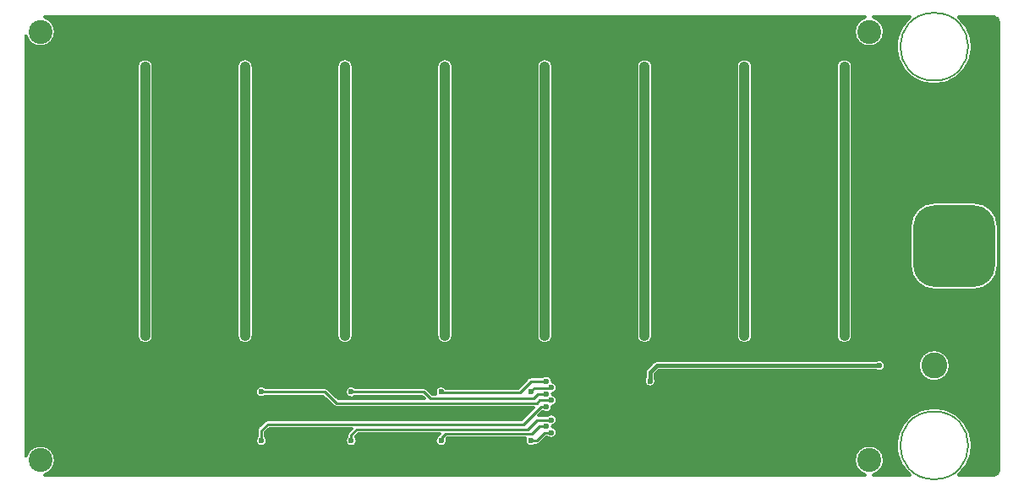
<source format=gbl>
G04 DesignSpark PCB Gerber Version 10.0 Build 5299*
G04 #@! TF.Part,Single*
G04 #@! TF.FileFunction,Copper,L2,Bot*
G04 #@! TF.FilePolarity,Positive*
%FSLAX35Y35*%
%MOMM*%
%ADD10C,0.20000*%
%ADD21C,0.25000*%
%ADD16C,0.25400*%
%ADD11C,0.30000*%
%ADD12C,0.38100*%
G04 #@! TA.AperFunction,ViaPad*
%ADD13C,0.60000*%
G04 #@! TD.AperFunction*
%ADD22C,1.00000*%
G04 #@! TA.AperFunction,ViaPad*
%ADD14C,2.00000*%
%ADD114C,2.40000*%
G04 #@! TA.AperFunction,WasherPad*
%ADD17C,2.60000*%
G04 #@! TD.AperFunction*
X0Y0D02*
D02*
D10*
X9579000Y3119000D02*
G75*
G02*
X9779000Y3319000I200000J0D01*
G01*
X10179000D01*
G75*
G02*
X10379000Y3119000I0J-200000D01*
G01*
Y2719000D01*
G75*
G02*
X10179000Y2519000I-200000J0D01*
G01*
X9779000D01*
G75*
G02*
X9579000Y2719000I0J200000D01*
G01*
Y3119000D01*
G36*
X9579000Y3119000D02*
G75*
G02*
X9779000Y3319000I200000J0D01*
G01*
X10179000D01*
G75*
G02*
X10379000Y3119000I0J-200000D01*
G01*
Y2719000D01*
G75*
G02*
X10179000Y2519000I-200000J0D01*
G01*
X9779000D01*
G75*
G02*
X9579000Y2719000I0J200000D01*
G01*
Y3119000D01*
G37*
X9779000Y1259000D02*
G75*
G03*
Y579000I0J-340000D01*
G01*
G75*
G03*
Y1259000I0J340000D01*
G01*
Y5259000D02*
G75*
G03*
Y4579000I0J-340000D01*
G01*
G75*
G03*
Y5259000I0J340000D01*
G01*
D02*
D11*
X684050Y5023700D02*
Y814900D01*
G75*
G02*
X981050Y769300I145000J-45600D01*
G01*
G75*
G02*
X874650Y624300I-152000J0D01*
G01*
X9083450D01*
G75*
G02*
X8977050Y769300I45600J145000D01*
G01*
G75*
G02*
X9281050I152000J0D01*
G01*
G75*
G02*
X9174650Y624300I-152000J0D01*
G01*
X9534720D01*
G75*
G02*
X9779000Y1301780I244280J294700D01*
G01*
G75*
G02*
X10023280Y624300I0J-382780D01*
G01*
X10379050D01*
G75*
G03*
X10424050Y669300I0J45000D01*
G01*
Y5169300D01*
G75*
G03*
X10379050Y5214300I-45000J0D01*
G01*
X10022550D01*
G75*
G02*
X9779000Y4536220I-243550J-295300D01*
G01*
G75*
G02*
X9535450Y5214300I0J382780D01*
G01*
X9174650D01*
G75*
G02*
X9281050Y5069300I-45600J-145000D01*
G01*
G75*
G02*
X8977050I-152000J0D01*
G01*
G75*
G02*
X9083450Y5214300I152000J0D01*
G01*
X874650D01*
G75*
G02*
X981050Y5069300I-45600J-145000D01*
G01*
G75*
G02*
X684050Y5023700I-152000J0D01*
G01*
X10179000Y3361780D02*
G75*
G02*
X10421780Y3119000I0J-242780D01*
G01*
Y2719000D01*
G75*
G02*
X10179000Y2476220I-242780J0D01*
G01*
X9779000D01*
G75*
G02*
X9536220Y2719000I0J242780D01*
G01*
Y3119000D01*
G75*
G02*
X9779000Y3361780I242780J0D01*
G01*
X10179000D01*
X9779000Y1881000D02*
G75*
G02*
X9941000Y1719000I0J-162000D01*
G01*
G75*
G02*
X9779000Y1557000I-162000J0D01*
G01*
G75*
G02*
X9617000Y1719000I0J162000D01*
G01*
G75*
G02*
X9779000Y1881000I162000J0D01*
G01*
X1797050Y4719300D02*
G75*
G02*
X1961050I82000J0D01*
G01*
Y2019300D01*
G75*
G02*
X1797050I-82000J0D01*
G01*
Y4719300D01*
X2797050D02*
G75*
G02*
X2961050I82000J0D01*
G01*
Y2019300D01*
G75*
G02*
X2797050I-82000J0D01*
G01*
Y4719300D01*
X5956830Y1558360D02*
G75*
G02*
X5956940Y1436660I-11830J-60860D01*
G01*
G75*
G02*
X5957000Y1434000I-61940J-2730D01*
G01*
G75*
G02*
X5956940Y1431340I-62000J70D01*
G01*
G75*
G02*
Y1309660I-11940J-60840D01*
G01*
G75*
G02*
X5957000Y1307000I-61940J-2730D01*
G01*
G75*
G02*
X5856570Y1258350I-62000J0D01*
G01*
X5817920Y1219700D01*
X5902040D01*
G75*
G02*
X6007000Y1175000I42960J-44700D01*
G01*
G75*
G02*
X5956940Y1114160I-62000J0D01*
G01*
G75*
G02*
X5957000Y1111500I-61940J-2730D01*
G01*
G75*
G02*
X5956940Y1108840I-62000J70D01*
G01*
G75*
G02*
X6007000Y1048000I-11940J-60840D01*
G01*
G75*
G02*
X5906630Y999300I-62000J0D01*
G01*
X5894520D01*
X5828610Y933390D01*
G75*
G02*
X5796940Y920300I-31610J31620D01*
G01*
X5784960D01*
G75*
G02*
X5685400Y990300I-42960J44690D01*
G01*
X4904520D01*
X4900300Y986090D01*
G75*
G02*
X4904000Y965000I-58310J-21100D01*
G01*
G75*
G02*
X4780000I-62000J0D01*
G01*
G75*
G02*
X4803370Y1013500I62000J10D01*
G01*
G75*
G02*
X4810390Y1022610I38630J-22510D01*
G01*
X4824080Y1036300D01*
X4017520D01*
X3987900Y1006680D01*
G75*
G02*
X4004000Y965000I-45900J-41680D01*
G01*
G75*
G02*
X3880000I-62000J0D01*
G01*
G75*
G02*
X3897300Y1007960I62000J0D01*
G01*
Y1024000D01*
G75*
G02*
X3910390Y1055610I44700J0D01*
G01*
X3943080Y1088300D01*
X3124520D01*
X3086700Y1050480D01*
Y1007960D01*
G75*
G02*
X3104000Y965000I-44700J-42960D01*
G01*
G75*
G02*
X2980000I-62000J0D01*
G01*
G75*
G02*
X2997300Y1007960I62000J0D01*
G01*
Y1069000D01*
G75*
G02*
X3010390Y1100610I44700J0D01*
G01*
X3074390Y1164610D01*
G75*
G02*
X3106060Y1177700I31610J-31620D01*
G01*
X5649480D01*
X5770080Y1298300D01*
X3793060D01*
G75*
G02*
X3761390Y1311390I-60J44710D01*
G01*
X3661480Y1411300D01*
X3084960D01*
G75*
G02*
X2980000Y1456000I-42960J44700D01*
G01*
G75*
G02*
X3084960Y1500700I62000J0D01*
G01*
X3679940D01*
G75*
G02*
X3711610Y1487610I60J-44710D01*
G01*
X3811520Y1387700D01*
X4671080D01*
X4647480Y1411300D01*
X3984960D01*
G75*
G02*
X3880000Y1456000I-42960J44700D01*
G01*
G75*
G02*
X3984960Y1500700I62000J0D01*
G01*
X4665940D01*
G75*
G02*
X4697610Y1487610I60J-44710D01*
G01*
X4749520Y1435700D01*
X4783420D01*
G75*
G02*
X4889790Y1495500I58580J20300D01*
G01*
X5610570D01*
X5709530Y1594470D01*
G75*
G02*
X5741080Y1607500I31460J-31480D01*
G01*
X5851830D01*
G75*
G02*
X5957000Y1563000I43170J-44500D01*
G01*
G75*
G02*
X5956830Y1558360I-62030J-50D01*
G01*
X3797050Y4719300D02*
G75*
G02*
X3961050I82000J0D01*
G01*
Y2019300D01*
G75*
G02*
X3797050I-82000J0D01*
G01*
Y4719300D01*
X4797050D02*
G75*
G02*
X4961050I82000J0D01*
G01*
Y2019300D01*
G75*
G02*
X4797050I-82000J0D01*
G01*
Y4719300D01*
X5797050D02*
G75*
G02*
X5961050I82000J0D01*
G01*
Y2019300D01*
G75*
G02*
X5797050I-82000J0D01*
G01*
Y4719300D01*
X6797050D02*
G75*
G02*
X6961050I82000J0D01*
G01*
Y2019300D01*
G75*
G02*
X6797050I-82000J0D01*
G01*
Y4719300D01*
X9193820Y1770350D02*
G75*
G02*
X9291000Y1719300I35180J-51050D01*
G01*
G75*
G02*
X9193820Y1668250I-62000J0D01*
G01*
X7020450D01*
X6985050Y1632850D01*
Y1599180D01*
G75*
G02*
X6996000Y1564000I-51050J-35180D01*
G01*
G75*
G02*
X6872000I-62000J0D01*
G01*
G75*
G02*
X6882950Y1599180I62000J0D01*
G01*
Y1654000D01*
G75*
G02*
X6897910Y1690110I51050J0D01*
G01*
X6963190Y1755390D01*
G75*
G02*
X6999300Y1770350I36110J-36090D01*
G01*
X9193820D01*
X7797050Y4719300D02*
G75*
G02*
X7961050I82000J0D01*
G01*
Y2019300D01*
G75*
G02*
X7797050I-82000J0D01*
G01*
Y4719300D01*
X8797050D02*
G75*
G02*
X8961050I82000J0D01*
G01*
Y2019300D01*
G75*
G02*
X8797050I-82000J0D01*
G01*
Y4719300D01*
X699050Y1264000D02*
G36*
X699050Y1264000D02*
Y848070D01*
G75*
G02*
X981050Y769300I130000J-78770D01*
G01*
G75*
G02*
X907820Y639300I-152000J0D01*
G01*
X9050280D01*
G75*
G02*
X8977050Y769280I78750J129990D01*
G01*
G75*
G02*
Y769300I190990J10D01*
G01*
G75*
G02*
X9281050I152000J0D01*
G01*
G75*
G02*
X9207820Y639300I-152000J0D01*
G01*
X9517680D01*
G75*
G02*
X9396220Y919000I261330J279700D01*
G01*
G75*
G02*
X9613180Y1264000I382780J0D01*
G01*
X5939670D01*
G75*
G02*
X5856570Y1258350I-44670J43000D01*
G01*
X5817920Y1219700D01*
X5902040D01*
G75*
G02*
X6007000Y1175000I42960J-44700D01*
G01*
G75*
G02*
X5956940Y1114160I-62000J0D01*
G01*
G75*
G02*
X5957000Y1111500I-88470J-3330D01*
G01*
G75*
G02*
X5956940Y1108840I-88530J670D01*
G01*
G75*
G02*
X6007000Y1048000I-11940J-60840D01*
G01*
G75*
G02*
X5906630Y999300I-62000J0D01*
G01*
X5894520D01*
X5828610Y933390D01*
G75*
G02*
X5796940Y920300I-31610J31610D01*
G01*
X5784960D01*
G75*
G02*
X5680000Y965000I-42960J44700D01*
G01*
G75*
G02*
X5685400Y990300I61990J0D01*
G01*
X4904520D01*
X4900300Y986090D01*
G75*
G02*
X4904000Y965030I-58090J-21060D01*
G01*
G75*
G02*
Y965000I-61390J-10D01*
G01*
G75*
G02*
X4780000I-62000J0D01*
G01*
G75*
G02*
X4803370Y1013500I62030J-10D01*
G01*
G75*
G02*
X4810390Y1022610I39050J-22830D01*
G01*
X4824080Y1036300D01*
X4017520D01*
X3987900Y1006680D01*
G75*
G02*
X4004000Y965020I-45850J-41660D01*
G01*
G75*
G02*
Y965000I-54570J-10D01*
G01*
G75*
G02*
X3880000I-62000J0D01*
G01*
G75*
G02*
X3897300Y1007960I62000J-10D01*
G01*
Y1024000D01*
G75*
G02*
Y1024020I60310J10D01*
G01*
G75*
G02*
X3910390Y1055610I44670J0D01*
G01*
X3943080Y1088300D01*
X3124520D01*
X3086700Y1050480D01*
Y1007960D01*
G75*
G02*
X3104000Y965000I-44700J-42970D01*
G01*
G75*
G02*
X2980000I-62000J0D01*
G01*
G75*
G02*
X2997300Y1007960I62000J-10D01*
G01*
Y1069000D01*
G75*
G02*
Y1069020I60310J10D01*
G01*
G75*
G02*
X3010390Y1100610I44670J0D01*
G01*
X3074390Y1164610D01*
G75*
G02*
X3106060Y1177700I31610J-31610D01*
G01*
X5649480D01*
X5735780Y1264000D01*
X699050D01*
G37*
X10161780Y919000D02*
G36*
X10161780Y919000D02*
G75*
G02*
X10040320Y639300I-382780J0D01*
G01*
X10409050D01*
Y1264000D01*
X9944820D01*
G75*
G02*
X10161780Y919000I-165820J-345000D01*
G01*
G37*
X699050Y1719000D02*
G36*
X699050Y1719000D02*
Y1264000D01*
X5735780D01*
X5770080Y1298300D01*
X3793060D01*
G75*
G02*
X3761390Y1311390I-60J44700D01*
G01*
X3661480Y1411300D01*
X3084960D01*
G75*
G02*
X2980000Y1456000I-42960J44700D01*
G01*
G75*
G02*
X3084960Y1500700I62000J0D01*
G01*
X3679940D01*
G75*
G02*
X3711610Y1487610I60J-44700D01*
G01*
X3811520Y1387700D01*
X4671080D01*
X4647480Y1411300D01*
X3984960D01*
G75*
G02*
X3880000Y1456000I-42960J44700D01*
G01*
G75*
G02*
X3984960Y1500700I62000J0D01*
G01*
X4665940D01*
G75*
G02*
X4697610Y1487610I60J-44700D01*
G01*
X4749520Y1435700D01*
X4783420D01*
G75*
G02*
X4780000Y1456000I58570J20300D01*
G01*
G75*
G02*
X4889790Y1495500I62000J0D01*
G01*
X5610570D01*
X5709530Y1594470D01*
G75*
G02*
X5741080Y1607500I31470J-31490D01*
G01*
X5851830D01*
G75*
G02*
X5957000Y1563000I43170J-44500D01*
G01*
G75*
G02*
Y1562870I-61560J-60D01*
G01*
G75*
G02*
X5956830Y1558360I-59910J0D01*
G01*
G75*
G02*
X6007000Y1497500I-11830J-60860D01*
G01*
G75*
G02*
X5956940Y1436660I-62000J0D01*
G01*
G75*
G02*
X5957000Y1434000I-88470J-3330D01*
G01*
G75*
G02*
X5956940Y1431340I-88530J670D01*
G01*
G75*
G02*
X6007000Y1370500I-11940J-60840D01*
G01*
G75*
G02*
X5956940Y1309660I-62000J0D01*
G01*
G75*
G02*
X5957000Y1307000I-88470J-3330D01*
G01*
G75*
G02*
X5939670Y1264000I-62000J0D01*
G01*
X9613180D01*
G75*
G02*
X9779000Y1301780I165820J-345010D01*
G01*
G75*
G02*
X9944820Y1264000I0J-382780D01*
G01*
X10409050D01*
Y1719000D01*
X9941000D01*
G75*
G02*
X9779000Y1557000I-162000J0D01*
G01*
G75*
G02*
X9617000Y1719000I0J162000D01*
G01*
X9291000D01*
G75*
G02*
X9193820Y1668250I-62000J300D01*
G01*
X7020450D01*
X6985050Y1632850D01*
Y1599180D01*
G75*
G02*
X6996000Y1564000I-51040J-35180D01*
G01*
G75*
G02*
X6872000I-62000J0D01*
G01*
G75*
G02*
X6882950Y1599180I61990J0D01*
G01*
Y1654000D01*
G75*
G02*
X6897910Y1690110I51100J-20D01*
G01*
X6926800Y1719000D01*
X699050D01*
G37*
Y2919000D02*
G36*
X699050Y2919000D02*
Y1719000D01*
X6926800D01*
X6963190Y1755390D01*
G75*
G02*
X6999300Y1770350I36130J-36140D01*
G01*
X9193820D01*
G75*
G02*
X9291000Y1719300I35180J-51050D01*
G01*
G75*
G02*
Y1719000I-62500J-150D01*
G01*
X9617000D01*
G75*
G02*
X9779000Y1881000I162000J0D01*
G01*
G75*
G02*
X9941000Y1719000I0J-162000D01*
G01*
X10409050D01*
Y2641420D01*
G75*
G02*
X10179000Y2476220I-230060J77590D01*
G01*
X9779000D01*
G75*
G02*
X9536220Y2719000I0J242780D01*
G01*
Y2919000D01*
X8961050D01*
Y2019300D01*
G75*
G02*
X8797050I-82000J0D01*
G01*
Y2919000D01*
X7961050D01*
Y2019300D01*
G75*
G02*
X7797050I-82000J0D01*
G01*
Y2919000D01*
X6961050D01*
Y2019300D01*
G75*
G02*
X6797050I-82000J0D01*
G01*
Y2919000D01*
X5961050D01*
Y2019300D01*
G75*
G02*
X5797050I-82000J0D01*
G01*
Y2919000D01*
X4961050D01*
Y2019300D01*
G75*
G02*
X4797050I-82000J0D01*
G01*
Y2919000D01*
X3961050D01*
Y2019300D01*
G75*
G02*
X3797050I-82000J0D01*
G01*
Y2919000D01*
X2961050D01*
Y2019300D01*
G75*
G02*
X2797050I-82000J0D01*
G01*
Y2919000D01*
X1961050D01*
Y2019300D01*
G75*
G02*
X1797050I-82000J0D01*
G01*
Y2919000D01*
X699050D01*
G37*
Y4990530D02*
G36*
X699050Y4990530D02*
Y2919000D01*
X1797050D01*
Y4719300D01*
G75*
G02*
X1961050I82000J0D01*
G01*
Y2919000D01*
X2797050D01*
Y4719300D01*
G75*
G02*
X2961050I82000J0D01*
G01*
Y2919000D01*
X3797050D01*
Y4719300D01*
G75*
G02*
X3961050I82000J0D01*
G01*
Y2919000D01*
X4797050D01*
Y4719300D01*
G75*
G02*
X4961050I82000J0D01*
G01*
Y2919000D01*
X5797050D01*
Y4719300D01*
G75*
G02*
X5961050I82000J0D01*
G01*
Y2919000D01*
X6797050D01*
Y4719300D01*
G75*
G02*
X6961050I82000J0D01*
G01*
Y2919000D01*
X7797050D01*
Y4719300D01*
G75*
G02*
X7961050I82000J0D01*
G01*
Y2919000D01*
X8797050D01*
Y4719300D01*
G75*
G02*
X8961050I82000J0D01*
G01*
Y2919000D01*
X9536220D01*
Y3119000D01*
G75*
G02*
X9779000Y3361780I242780J0D01*
G01*
X10179000D01*
G75*
G02*
X10409050Y3196580I-10J-242790D01*
G01*
Y5199300D01*
X10039670D01*
G75*
G02*
X10161780Y4919000I-260670J-280310D01*
G01*
G75*
G02*
X9779000Y4536220I-382780J0D01*
G01*
G75*
G02*
X9396220Y4919000I0J382780D01*
G01*
G75*
G02*
X9518330Y5199300I382770J0D01*
G01*
X9207820D01*
G75*
G02*
X9281050Y5069320I-78750J-129990D01*
G01*
G75*
G02*
Y5069300I-190990J-10D01*
G01*
G75*
G02*
X8977050I-152000J0D01*
G01*
G75*
G02*
X9050280Y5199300I152000J0D01*
G01*
X907820D01*
G75*
G02*
X981050Y5069320I-78750J-129990D01*
G01*
G75*
G02*
Y5069300I-190990J-10D01*
G01*
G75*
G02*
X699050Y4990530I-152000J0D01*
G01*
G37*
D02*
D12*
X1979000Y1357000D02*
X2624000D01*
Y968000D02*
Y1357000D01*
Y1579000D01*
X3524000D01*
X3430000Y758000D02*
X2626000D01*
Y869000D01*
X2624000Y871000D01*
Y968000D01*
X3430000Y758000D02*
X3525000D01*
Y871000D01*
X3524000Y872000D01*
Y968000D01*
Y1579000D02*
X4424000D01*
X4337000Y758000D02*
X3430000D01*
X4337000D02*
X4425000D01*
Y954000D01*
X4424000Y955000D01*
Y968000D01*
Y1579000D02*
X5324000D01*
Y968000D02*
Y758000D01*
X4337000D01*
X5324000Y1579000D02*
X5377000D01*
X5464000Y1666000D01*
X6522000D01*
Y977000D01*
X7979000Y825000D02*
X6626000D01*
X6567000Y884000D01*
X6565000D01*
X6522000Y927000D01*
Y977000D01*
X7979000Y825000D02*
Y1324250D01*
X7978550Y1324700D01*
X8619050Y1319300D02*
X7983950D01*
X7978550Y1324700D01*
X9229000Y1719300D02*
X6999300D01*
X6934000Y1654000D01*
Y1564000D01*
X9779050Y1319300D02*
X8619050D01*
X9963000Y2966000D02*
X10062350D01*
X10109050Y2919300D01*
D02*
D13*
X1879050Y2019300D03*
Y2919300D03*
Y3819300D03*
Y4719300D03*
X1979000Y1357000D03*
X2624000Y968000D03*
Y1579000D03*
X2879050Y2019300D03*
Y2919300D03*
Y3819300D03*
Y4719300D03*
X3042000Y965000D03*
Y1456000D03*
X3524000Y968000D03*
Y1579000D03*
X3879050Y2019300D03*
Y2919300D03*
Y3819300D03*
Y4719300D03*
X3942000Y965000D03*
Y1456000D03*
X4424000Y968000D03*
Y1579000D03*
X4842000Y965000D03*
Y1456000D03*
X4879050Y2019300D03*
Y2919300D03*
Y3819300D03*
Y4719300D03*
X5324000Y968000D03*
Y1579000D03*
X5742000Y965000D03*
X5742050Y1456300D03*
X5879050Y2019300D03*
Y2919300D03*
Y3819300D03*
Y4719300D03*
X5895000Y1111500D03*
Y1307000D03*
Y1434000D03*
Y1563000D03*
X5945000Y1048000D03*
Y1175000D03*
Y1370500D03*
Y1497500D03*
X6522000Y977000D03*
X6879050Y2019300D03*
Y2919300D03*
Y3819300D03*
Y4719300D03*
X6934000Y1564000D03*
X7879050Y2019300D03*
Y2919300D03*
Y3819300D03*
Y4719300D03*
X8619050Y1319300D03*
X8879050Y2019300D03*
Y2919300D03*
Y3819300D03*
Y4719300D03*
X9229000Y1719300D03*
X9779050Y1319300D03*
X10109050Y2919300D03*
D02*
D14*
X7978550Y1324700D03*
X7979000Y825000D03*
D02*
D16*
X3042000Y965000D02*
Y1069000D01*
X3106000Y1133000D01*
X5668000D01*
X5841000Y1306000D01*
X5895000D01*
Y1307000D01*
X3042000Y1456000D02*
X3680000D01*
X3793000Y1343000D01*
X5797000D01*
X5825000Y1371000D01*
X5917500D01*
X5918000Y1370500D01*
X5945000D01*
X3942000Y965000D02*
Y1024000D01*
X3999000Y1081000D01*
X5708000D01*
X5802000Y1175000D01*
X5945000D01*
X3942000Y1456000D02*
X4666000D01*
X4731000Y1391000D01*
X5766000D01*
X5812000Y1437000D01*
X5892000D01*
X5895000Y1434000D01*
X4842000Y965000D02*
Y991000D01*
X4886000Y1035000D01*
X5751000D01*
X5826000Y1110000D01*
X5893500D01*
X5895000Y1111500D01*
X5742000Y965000D02*
X5797000D01*
X5876000Y1044000D01*
X5941000D01*
X5945000Y1048000D01*
X5742050Y1456300D02*
Y1465050D01*
X5774000Y1497000D01*
X5939500D01*
X5940000Y1497500D01*
X5945000D01*
D02*
D17*
X9779000Y1719000D03*
D02*
D21*
X4842000Y1456000D02*
Y1451000D01*
X5629000D01*
X5741000Y1563000D01*
X5895000D01*
D02*
D22*
X1879050Y2919300D02*
Y2019300D01*
Y3819300D02*
Y2919300D01*
Y4719300D02*
Y3819300D01*
X2879050Y2019300D02*
Y2919300D01*
Y3819300D01*
Y4719300D01*
X3879050Y2919300D02*
Y2019300D01*
Y3819300D02*
Y2919300D01*
Y4719300D02*
Y3819300D01*
X4879050Y2919300D02*
Y2019300D01*
Y3819300D02*
Y2919300D01*
Y4719300D02*
Y3819300D01*
X5879050Y2019300D02*
Y2919300D01*
Y3819300D01*
Y4719300D01*
X6879050Y2919300D02*
Y2019300D01*
Y3819300D02*
Y2919300D01*
Y4719300D02*
Y3819300D01*
X7879050Y2019300D02*
Y2919300D01*
Y3819300D01*
Y4719300D01*
X8879050Y2919300D02*
Y2019300D01*
Y3819300D02*
Y2919300D01*
Y4719300D02*
Y3819300D01*
D02*
D114*
X829050Y769300D03*
Y5069300D03*
X9129050Y769300D03*
Y5069300D03*
X0Y0D02*
M02*

</source>
